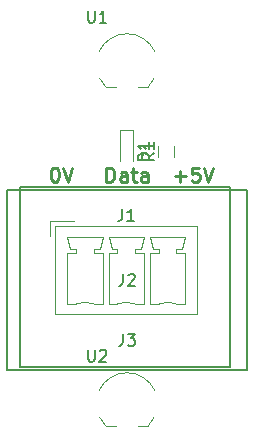
<source format=gbr>
%TF.GenerationSoftware,KiCad,Pcbnew,(5.1.9-0-10_14)*%
%TF.CreationDate,2021-10-27T21:19:31+01:00*%
%TF.ProjectId,Temp~Sensor,54656d70-7e53-4656-9e73-6f722e6b6963,rev?*%
%TF.SameCoordinates,Original*%
%TF.FileFunction,Legend,Top*%
%TF.FilePolarity,Positive*%
%FSLAX46Y46*%
G04 Gerber Fmt 4.6, Leading zero omitted, Abs format (unit mm)*
G04 Created by KiCad (PCBNEW (5.1.9-0-10_14)) date 2021-10-27 21:19:31*
%MOMM*%
%LPD*%
G01*
G04 APERTURE LIST*
%ADD10C,0.220000*%
%ADD11C,0.120000*%
%ADD12C,0.150000*%
G04 APERTURE END LIST*
D10*
X136125142Y-87461714D02*
X137039428Y-87461714D01*
X136582285Y-87918857D02*
X136582285Y-87004571D01*
X138182285Y-86718857D02*
X137610857Y-86718857D01*
X137553714Y-87290285D01*
X137610857Y-87233142D01*
X137725142Y-87176000D01*
X138010857Y-87176000D01*
X138125142Y-87233142D01*
X138182285Y-87290285D01*
X138239428Y-87404571D01*
X138239428Y-87690285D01*
X138182285Y-87804571D01*
X138125142Y-87861714D01*
X138010857Y-87918857D01*
X137725142Y-87918857D01*
X137610857Y-87861714D01*
X137553714Y-87804571D01*
X138582285Y-86718857D02*
X138982285Y-87918857D01*
X139382285Y-86718857D01*
X130337142Y-87918857D02*
X130337142Y-86718857D01*
X130622857Y-86718857D01*
X130794285Y-86776000D01*
X130908571Y-86890285D01*
X130965714Y-87004571D01*
X131022857Y-87233142D01*
X131022857Y-87404571D01*
X130965714Y-87633142D01*
X130908571Y-87747428D01*
X130794285Y-87861714D01*
X130622857Y-87918857D01*
X130337142Y-87918857D01*
X132051428Y-87918857D02*
X132051428Y-87290285D01*
X131994285Y-87176000D01*
X131880000Y-87118857D01*
X131651428Y-87118857D01*
X131537142Y-87176000D01*
X132051428Y-87861714D02*
X131937142Y-87918857D01*
X131651428Y-87918857D01*
X131537142Y-87861714D01*
X131480000Y-87747428D01*
X131480000Y-87633142D01*
X131537142Y-87518857D01*
X131651428Y-87461714D01*
X131937142Y-87461714D01*
X132051428Y-87404571D01*
X132451428Y-87118857D02*
X132908571Y-87118857D01*
X132622857Y-86718857D02*
X132622857Y-87747428D01*
X132680000Y-87861714D01*
X132794285Y-87918857D01*
X132908571Y-87918857D01*
X133822857Y-87918857D02*
X133822857Y-87290285D01*
X133765714Y-87176000D01*
X133651428Y-87118857D01*
X133422857Y-87118857D01*
X133308571Y-87176000D01*
X133822857Y-87861714D02*
X133708571Y-87918857D01*
X133422857Y-87918857D01*
X133308571Y-87861714D01*
X133251428Y-87747428D01*
X133251428Y-87633142D01*
X133308571Y-87518857D01*
X133422857Y-87461714D01*
X133708571Y-87461714D01*
X133822857Y-87404571D01*
X125920571Y-86718857D02*
X126034857Y-86718857D01*
X126149142Y-86776000D01*
X126206285Y-86833142D01*
X126263428Y-86947428D01*
X126320571Y-87176000D01*
X126320571Y-87461714D01*
X126263428Y-87690285D01*
X126206285Y-87804571D01*
X126149142Y-87861714D01*
X126034857Y-87918857D01*
X125920571Y-87918857D01*
X125806285Y-87861714D01*
X125749142Y-87804571D01*
X125692000Y-87690285D01*
X125634857Y-87461714D01*
X125634857Y-87176000D01*
X125692000Y-86947428D01*
X125749142Y-86833142D01*
X125806285Y-86776000D01*
X125920571Y-86718857D01*
X126663428Y-86718857D02*
X127063428Y-87918857D01*
X127463428Y-86718857D01*
D11*
%TO.C,U2*%
X133030000Y-108580000D02*
X133880000Y-108580000D01*
X130280000Y-108580000D02*
X131130000Y-108580000D01*
X129721686Y-105585307D02*
G75*
G02*
X132080000Y-104080000I2358314J-1094693D01*
G01*
X134438314Y-105585307D02*
G75*
G03*
X132080000Y-104080000I-2358314J-1094693D01*
G01*
X129792305Y-107876990D02*
G75*
G03*
X130280000Y-108580000I2187695J996990D01*
G01*
X134367695Y-107876990D02*
G75*
G02*
X133880000Y-108580000I-2187695J996990D01*
G01*
%TO.C,U1*%
X133030000Y-79878000D02*
X133880000Y-79878000D01*
X130280000Y-79878000D02*
X131130000Y-79878000D01*
X129721686Y-76883307D02*
G75*
G02*
X132080000Y-75378000I2358314J-1094693D01*
G01*
X134438314Y-76883307D02*
G75*
G03*
X132080000Y-75378000I-2358314J-1094693D01*
G01*
X129792305Y-79174990D02*
G75*
G03*
X130280000Y-79878000I2187695J996990D01*
G01*
X134367695Y-79174990D02*
G75*
G02*
X133880000Y-79878000I-2187695J996990D01*
G01*
%TO.C,R1*%
X136062000Y-84844000D02*
X136062000Y-85844000D01*
X134702000Y-85844000D02*
X134702000Y-84844000D01*
%TO.C,D1*%
X132630000Y-83544000D02*
X131530000Y-83544000D01*
X131530000Y-83544000D02*
X131530000Y-86144000D01*
X132630000Y-83544000D02*
X132630000Y-86144000D01*
%TO.C,J1*%
X125994000Y-91682000D02*
X125994000Y-99092000D01*
X125994000Y-99092000D02*
X138054000Y-99092000D01*
X138054000Y-99092000D02*
X138054000Y-91682000D01*
X138054000Y-91682000D02*
X125994000Y-91682000D01*
X127774000Y-98262000D02*
X127024000Y-98262000D01*
X127024000Y-98262000D02*
X127024000Y-93962000D01*
X127024000Y-93962000D02*
X127774000Y-93962000D01*
X127774000Y-93962000D02*
X127774000Y-93612000D01*
X127774000Y-93612000D02*
X127274000Y-93612000D01*
X127274000Y-93612000D02*
X127024000Y-92612000D01*
X127024000Y-92612000D02*
X130024000Y-92612000D01*
X130024000Y-92612000D02*
X129774000Y-93612000D01*
X129774000Y-93612000D02*
X129274000Y-93612000D01*
X129274000Y-93612000D02*
X129274000Y-93962000D01*
X129274000Y-93962000D02*
X130024000Y-93962000D01*
X130024000Y-93962000D02*
X130024000Y-98262000D01*
X130024000Y-98262000D02*
X129274000Y-98262000D01*
X131274000Y-98262000D02*
X130524000Y-98262000D01*
X130524000Y-98262000D02*
X130524000Y-93962000D01*
X130524000Y-93962000D02*
X131274000Y-93962000D01*
X131274000Y-93962000D02*
X131274000Y-93612000D01*
X131274000Y-93612000D02*
X130774000Y-93612000D01*
X130774000Y-93612000D02*
X130524000Y-92612000D01*
X130524000Y-92612000D02*
X133524000Y-92612000D01*
X133524000Y-92612000D02*
X133274000Y-93612000D01*
X133274000Y-93612000D02*
X132774000Y-93612000D01*
X132774000Y-93612000D02*
X132774000Y-93962000D01*
X132774000Y-93962000D02*
X133524000Y-93962000D01*
X133524000Y-93962000D02*
X133524000Y-98262000D01*
X133524000Y-98262000D02*
X132774000Y-98262000D01*
X134774000Y-98262000D02*
X134024000Y-98262000D01*
X134024000Y-98262000D02*
X134024000Y-93962000D01*
X134024000Y-93962000D02*
X134774000Y-93962000D01*
X134774000Y-93962000D02*
X134774000Y-93612000D01*
X134774000Y-93612000D02*
X134274000Y-93612000D01*
X134274000Y-93612000D02*
X134024000Y-92612000D01*
X134024000Y-92612000D02*
X137024000Y-92612000D01*
X137024000Y-92612000D02*
X136774000Y-93612000D01*
X136774000Y-93612000D02*
X136274000Y-93612000D01*
X136274000Y-93612000D02*
X136274000Y-93962000D01*
X136274000Y-93962000D02*
X137024000Y-93962000D01*
X137024000Y-93962000D02*
X137024000Y-98262000D01*
X137024000Y-98262000D02*
X136274000Y-98262000D01*
X125574000Y-92512000D02*
X125574000Y-91262000D01*
X125574000Y-91262000D02*
X127574000Y-91262000D01*
X129273647Y-98261845D02*
G75*
G03*
X127774000Y-98262000I-749647J-1700155D01*
G01*
X132773647Y-98261845D02*
G75*
G03*
X131274000Y-98262000I-749647J-1700155D01*
G01*
X136273647Y-98261845D02*
G75*
G03*
X134774000Y-98262000I-749647J-1700155D01*
G01*
D12*
%TO.C,J2*%
X123040000Y-88346000D02*
X140820000Y-88346000D01*
X140820000Y-88346000D02*
X140820000Y-103586000D01*
X140820000Y-103586000D02*
X123040000Y-103586000D01*
X123040000Y-103586000D02*
X123040000Y-88346000D01*
%TO.C,J3*%
X121920000Y-103886000D02*
X121920000Y-88646000D01*
X142240000Y-103886000D02*
X121920000Y-103886000D01*
X142240000Y-88646000D02*
X142240000Y-103886000D01*
X121920000Y-88646000D02*
X142240000Y-88646000D01*
%TO.C,U2*%
X128778095Y-102132380D02*
X128778095Y-102941904D01*
X128825714Y-103037142D01*
X128873333Y-103084761D01*
X128968571Y-103132380D01*
X129159047Y-103132380D01*
X129254285Y-103084761D01*
X129301904Y-103037142D01*
X129349523Y-102941904D01*
X129349523Y-102132380D01*
X129778095Y-102227619D02*
X129825714Y-102180000D01*
X129920952Y-102132380D01*
X130159047Y-102132380D01*
X130254285Y-102180000D01*
X130301904Y-102227619D01*
X130349523Y-102322857D01*
X130349523Y-102418095D01*
X130301904Y-102560952D01*
X129730476Y-103132380D01*
X130349523Y-103132380D01*
%TO.C,U1*%
X128778095Y-73430380D02*
X128778095Y-74239904D01*
X128825714Y-74335142D01*
X128873333Y-74382761D01*
X128968571Y-74430380D01*
X129159047Y-74430380D01*
X129254285Y-74382761D01*
X129301904Y-74335142D01*
X129349523Y-74239904D01*
X129349523Y-73430380D01*
X130349523Y-74430380D02*
X129778095Y-74430380D01*
X130063809Y-74430380D02*
X130063809Y-73430380D01*
X129968571Y-73573238D01*
X129873333Y-73668476D01*
X129778095Y-73716095D01*
%TO.C,R1*%
X134384380Y-85510666D02*
X133908190Y-85844000D01*
X134384380Y-86082095D02*
X133384380Y-86082095D01*
X133384380Y-85701142D01*
X133432000Y-85605904D01*
X133479619Y-85558285D01*
X133574857Y-85510666D01*
X133717714Y-85510666D01*
X133812952Y-85558285D01*
X133860571Y-85605904D01*
X133908190Y-85701142D01*
X133908190Y-86082095D01*
X134384380Y-84558285D02*
X134384380Y-85129714D01*
X134384380Y-84844000D02*
X133384380Y-84844000D01*
X133527238Y-84939238D01*
X133622476Y-85034476D01*
X133670095Y-85129714D01*
%TO.C,D1*%
X133982380Y-86082095D02*
X132982380Y-86082095D01*
X132982380Y-85844000D01*
X133030000Y-85701142D01*
X133125238Y-85605904D01*
X133220476Y-85558285D01*
X133410952Y-85510666D01*
X133553809Y-85510666D01*
X133744285Y-85558285D01*
X133839523Y-85605904D01*
X133934761Y-85701142D01*
X133982380Y-85844000D01*
X133982380Y-86082095D01*
X133982380Y-84558285D02*
X133982380Y-85129714D01*
X133982380Y-84844000D02*
X132982380Y-84844000D01*
X133125238Y-84939238D01*
X133220476Y-85034476D01*
X133268095Y-85129714D01*
%TO.C,J1*%
X131690666Y-90214380D02*
X131690666Y-90928666D01*
X131643047Y-91071523D01*
X131547809Y-91166761D01*
X131404952Y-91214380D01*
X131309714Y-91214380D01*
X132690666Y-91214380D02*
X132119238Y-91214380D01*
X132404952Y-91214380D02*
X132404952Y-90214380D01*
X132309714Y-90357238D01*
X132214476Y-90452476D01*
X132119238Y-90500095D01*
%TO.C,J2*%
X131746666Y-95718380D02*
X131746666Y-96432666D01*
X131699047Y-96575523D01*
X131603809Y-96670761D01*
X131460952Y-96718380D01*
X131365714Y-96718380D01*
X132175238Y-95813619D02*
X132222857Y-95766000D01*
X132318095Y-95718380D01*
X132556190Y-95718380D01*
X132651428Y-95766000D01*
X132699047Y-95813619D01*
X132746666Y-95908857D01*
X132746666Y-96004095D01*
X132699047Y-96146952D01*
X132127619Y-96718380D01*
X132746666Y-96718380D01*
%TO.C,J3*%
X131746666Y-100798380D02*
X131746666Y-101512666D01*
X131699047Y-101655523D01*
X131603809Y-101750761D01*
X131460952Y-101798380D01*
X131365714Y-101798380D01*
X132127619Y-100798380D02*
X132746666Y-100798380D01*
X132413333Y-101179333D01*
X132556190Y-101179333D01*
X132651428Y-101226952D01*
X132699047Y-101274571D01*
X132746666Y-101369809D01*
X132746666Y-101607904D01*
X132699047Y-101703142D01*
X132651428Y-101750761D01*
X132556190Y-101798380D01*
X132270476Y-101798380D01*
X132175238Y-101750761D01*
X132127619Y-101703142D01*
%TD*%
M02*

</source>
